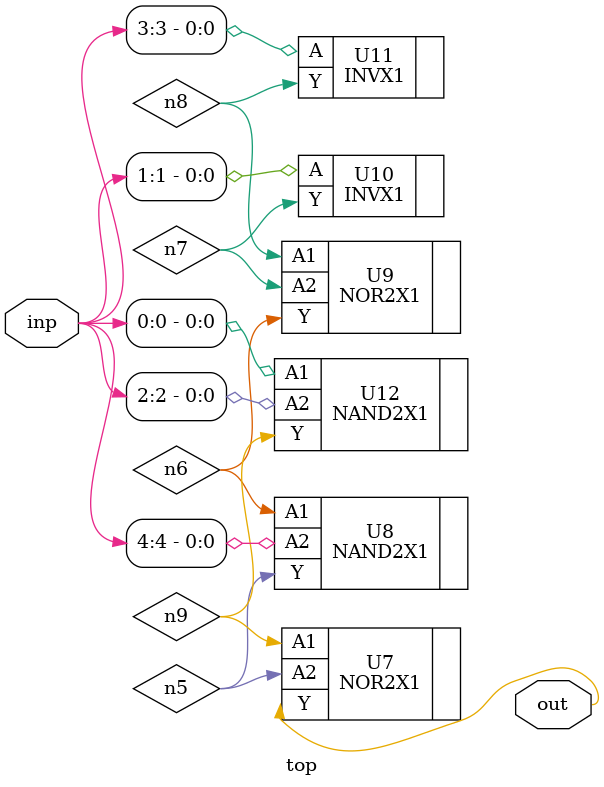
<source format=sv>


module top ( inp, out );
  input [4:0] inp;
  output out;
  wire   n5, n6, n7, n8, n9;

  NOR2X1 U7 ( .A1(n9), .A2(n5), .Y(out) );
  NAND2X1 U8 ( .A1(n6), .A2(inp[4]), .Y(n5) );
  NOR2X1 U9 ( .A1(n8), .A2(n7), .Y(n6) );
  INVX1 U10 ( .A(inp[1]), .Y(n7) );
  INVX1 U11 ( .A(inp[3]), .Y(n8) );
  NAND2X1 U12 ( .A1(inp[0]), .A2(inp[2]), .Y(n9) );
endmodule


</source>
